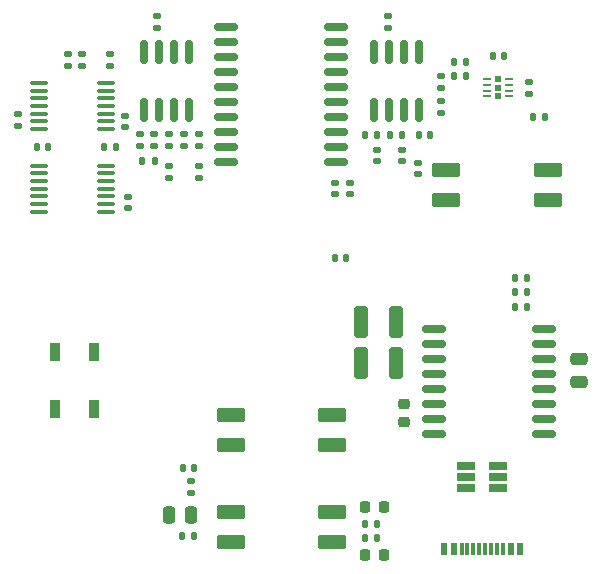
<source format=gbr>
%TF.GenerationSoftware,KiCad,Pcbnew,7.0.7*%
%TF.CreationDate,2024-03-08T01:12:17-05:00*%
%TF.ProjectId,ESP32Sensor-Sensor_board,45535033-3253-4656-9e73-6f722d53656e,rev?*%
%TF.SameCoordinates,Original*%
%TF.FileFunction,Paste,Top*%
%TF.FilePolarity,Positive*%
%FSLAX46Y46*%
G04 Gerber Fmt 4.6, Leading zero omitted, Abs format (unit mm)*
G04 Created by KiCad (PCBNEW 7.0.7) date 2024-03-08 01:12:17*
%MOMM*%
%LPD*%
G01*
G04 APERTURE LIST*
G04 Aperture macros list*
%AMRoundRect*
0 Rectangle with rounded corners*
0 $1 Rounding radius*
0 $2 $3 $4 $5 $6 $7 $8 $9 X,Y pos of 4 corners*
0 Add a 4 corners polygon primitive as box body*
4,1,4,$2,$3,$4,$5,$6,$7,$8,$9,$2,$3,0*
0 Add four circle primitives for the rounded corners*
1,1,$1+$1,$2,$3*
1,1,$1+$1,$4,$5*
1,1,$1+$1,$6,$7*
1,1,$1+$1,$8,$9*
0 Add four rect primitives between the rounded corners*
20,1,$1+$1,$2,$3,$4,$5,0*
20,1,$1+$1,$4,$5,$6,$7,0*
20,1,$1+$1,$6,$7,$8,$9,0*
20,1,$1+$1,$8,$9,$2,$3,0*%
G04 Aperture macros list end*
%ADD10RoundRect,0.147500X0.172500X-0.147500X0.172500X0.147500X-0.172500X0.147500X-0.172500X-0.147500X0*%
%ADD11RoundRect,0.113000X1.107000X0.452000X-1.107000X0.452000X-1.107000X-0.452000X1.107000X-0.452000X0*%
%ADD12RoundRect,0.100000X-0.637500X-0.100000X0.637500X-0.100000X0.637500X0.100000X-0.637500X0.100000X0*%
%ADD13RoundRect,0.135000X-0.185000X0.135000X-0.185000X-0.135000X0.185000X-0.135000X0.185000X0.135000X0*%
%ADD14RoundRect,0.140000X0.170000X-0.140000X0.170000X0.140000X-0.170000X0.140000X-0.170000X-0.140000X0*%
%ADD15RoundRect,0.250000X0.250000X0.475000X-0.250000X0.475000X-0.250000X-0.475000X0.250000X-0.475000X0*%
%ADD16RoundRect,0.140000X-0.140000X-0.170000X0.140000X-0.170000X0.140000X0.170000X-0.140000X0.170000X0*%
%ADD17RoundRect,0.150000X0.150000X-0.825000X0.150000X0.825000X-0.150000X0.825000X-0.150000X-0.825000X0*%
%ADD18R,0.600000X1.080000*%
%ADD19R,0.300000X1.140000*%
%ADD20RoundRect,0.218750X0.218750X0.256250X-0.218750X0.256250X-0.218750X-0.256250X0.218750X-0.256250X0*%
%ADD21RoundRect,0.135000X0.185000X-0.135000X0.185000X0.135000X-0.185000X0.135000X-0.185000X-0.135000X0*%
%ADD22RoundRect,0.135000X-0.135000X-0.185000X0.135000X-0.185000X0.135000X0.185000X-0.135000X0.185000X0*%
%ADD23RoundRect,0.140000X-0.170000X0.140000X-0.170000X-0.140000X0.170000X-0.140000X0.170000X0.140000X0*%
%ADD24R,1.560000X0.650000*%
%ADD25RoundRect,0.140000X0.140000X0.170000X-0.140000X0.170000X-0.140000X-0.170000X0.140000X-0.170000X0*%
%ADD26RoundRect,0.100000X0.637500X0.100000X-0.637500X0.100000X-0.637500X-0.100000X0.637500X-0.100000X0*%
%ADD27RoundRect,0.147500X0.147500X0.172500X-0.147500X0.172500X-0.147500X-0.172500X0.147500X-0.172500X0*%
%ADD28RoundRect,0.135000X0.135000X0.185000X-0.135000X0.185000X-0.135000X-0.185000X0.135000X-0.185000X0*%
%ADD29RoundRect,0.150000X-0.875000X-0.150000X0.875000X-0.150000X0.875000X0.150000X-0.875000X0.150000X0*%
%ADD30R,0.500000X0.590000*%
%ADD31R,0.700000X0.250000*%
%ADD32RoundRect,0.225000X-0.250000X0.225000X-0.250000X-0.225000X0.250000X-0.225000X0.250000X0.225000X0*%
%ADD33RoundRect,0.250000X-0.475000X0.250000X-0.475000X-0.250000X0.475000X-0.250000X0.475000X0.250000X0*%
%ADD34R,0.900000X1.500000*%
%ADD35RoundRect,0.250000X0.325000X1.100000X-0.325000X1.100000X-0.325000X-1.100000X0.325000X-1.100000X0*%
%ADD36RoundRect,0.150000X0.875000X0.150000X-0.875000X0.150000X-0.875000X-0.150000X0.875000X-0.150000X0*%
G04 APERTURE END LIST*
D10*
%TO.C,FB2*%
X11600000Y9615000D03*
X11600000Y10585000D03*
%TD*%
D11*
%TO.C,S2*%
X22550000Y7430000D03*
X13950000Y7430000D03*
X22550000Y9970000D03*
X13950000Y9970000D03*
%TD*%
D12*
%TO.C,U1*%
X-20562500Y10350000D03*
X-20562500Y9700000D03*
X-20562500Y9050000D03*
X-20562500Y8400000D03*
X-20562500Y7750000D03*
X-20562500Y7100000D03*
X-20562500Y6450000D03*
X-14837500Y6450000D03*
X-14837500Y7100000D03*
X-14837500Y7750000D03*
X-14837500Y8400000D03*
X-14837500Y9050000D03*
X-14837500Y9700000D03*
X-14837500Y10350000D03*
%TD*%
D13*
%TO.C,R6*%
X-9500000Y10310000D03*
X-9500000Y9290000D03*
%TD*%
D14*
%TO.C,C9*%
X-7000000Y12020000D03*
X-7000000Y12980000D03*
%TD*%
D15*
%TO.C,C18*%
X-7650000Y-19200000D03*
X-9550000Y-19200000D03*
%TD*%
D14*
%TO.C,C6*%
X-22300000Y13720000D03*
X-22300000Y14680000D03*
%TD*%
D16*
%TO.C,C15*%
X17920000Y19600000D03*
X18880000Y19600000D03*
%TD*%
D17*
%TO.C,U4*%
X-11655000Y15025000D03*
X-10385000Y15025000D03*
X-9115000Y15025000D03*
X-7845000Y15025000D03*
X-7845000Y19975000D03*
X-9115000Y19975000D03*
X-10385000Y19975000D03*
X-11655000Y19975000D03*
%TD*%
D18*
%TO.C,J3*%
X13800000Y-22110000D03*
X14600000Y-22110000D03*
D19*
X15750000Y-22140000D03*
X16750000Y-22140000D03*
X17250000Y-22140000D03*
X18250000Y-22140000D03*
D18*
X20200000Y-22110000D03*
X19400000Y-22110000D03*
D19*
X18750000Y-22140000D03*
X17750000Y-22140000D03*
X16250000Y-22140000D03*
X15250000Y-22140000D03*
%TD*%
D20*
%TO.C,D3*%
X8687500Y-22600000D03*
X7112500Y-22600000D03*
%TD*%
D21*
%TO.C,R9*%
X-9500000Y11990000D03*
X-9500000Y13010000D03*
%TD*%
D22*
%TO.C,R24*%
X7090000Y-20000000D03*
X8110000Y-20000000D03*
%TD*%
D14*
%TO.C,C3*%
X4500000Y7920000D03*
X4500000Y8880000D03*
%TD*%
%TO.C,C8*%
X-10500000Y22020000D03*
X-10500000Y22980000D03*
%TD*%
D22*
%TO.C,R12*%
X7090000Y12900000D03*
X8110000Y12900000D03*
%TD*%
D13*
%TO.C,R2*%
X-14500000Y19810000D03*
X-14500000Y18790000D03*
%TD*%
D14*
%TO.C,C11*%
X9000000Y22020000D03*
X9000000Y22980000D03*
%TD*%
D23*
%TO.C,C12*%
X8100000Y11680000D03*
X8100000Y10720000D03*
%TD*%
D13*
%TO.C,R3*%
X-16900000Y19810000D03*
X-16900000Y18790000D03*
%TD*%
D22*
%TO.C,R14*%
X14590000Y17900000D03*
X15610000Y17900000D03*
%TD*%
D17*
%TO.C,U6*%
X7845000Y15025000D03*
X9115000Y15025000D03*
X10385000Y15025000D03*
X11655000Y15025000D03*
X11655000Y19975000D03*
X10385000Y19975000D03*
X9115000Y19975000D03*
X7845000Y19975000D03*
%TD*%
D21*
%TO.C,R11*%
X13500000Y16890000D03*
X13500000Y17910000D03*
%TD*%
D22*
%TO.C,R22*%
X19790000Y-1600000D03*
X20810000Y-1600000D03*
%TD*%
D24*
%TO.C,CR1*%
X15650000Y-15050000D03*
X15650000Y-16000000D03*
X15650000Y-16950000D03*
X18350000Y-16950000D03*
X18350000Y-16000000D03*
X18350000Y-15050000D03*
%TD*%
D22*
%TO.C,R13*%
X9190000Y12900000D03*
X10210000Y12900000D03*
%TD*%
D11*
%TO.C,S1*%
X4300000Y-21520000D03*
X-4300000Y-21520000D03*
X4300000Y-18980000D03*
X-4300000Y-18980000D03*
%TD*%
D14*
%TO.C,C32*%
X-13000000Y6720000D03*
X-13000000Y7680000D03*
%TD*%
D25*
%TO.C,C22*%
X-7370000Y-15250000D03*
X-8330000Y-15250000D03*
%TD*%
D13*
%TO.C,R4*%
X-18100000Y19810000D03*
X-18100000Y18790000D03*
%TD*%
D23*
%TO.C,C13*%
X10200000Y11680000D03*
X10200000Y10720000D03*
%TD*%
D26*
%TO.C,U2*%
X-14837500Y13450000D03*
X-14837500Y14100000D03*
X-14837500Y14750000D03*
X-14837500Y15400000D03*
X-14837500Y16050000D03*
X-14837500Y16700000D03*
X-14837500Y17350000D03*
X-20562500Y17350000D03*
X-20562500Y16700000D03*
X-20562500Y16050000D03*
X-20562500Y15400000D03*
X-20562500Y14750000D03*
X-20562500Y14100000D03*
X-20562500Y13450000D03*
%TD*%
D27*
%TO.C,FB4*%
X5485000Y2500000D03*
X4515000Y2500000D03*
%TD*%
D16*
%TO.C,C27*%
X19820000Y-400000D03*
X20780000Y-400000D03*
%TD*%
D14*
%TO.C,C7*%
X-10750000Y12020000D03*
X-10750000Y12980000D03*
%TD*%
D16*
%TO.C,C4*%
X-20680000Y11900000D03*
X-19720000Y11900000D03*
%TD*%
D25*
%TO.C,C14*%
X12580000Y12900000D03*
X11620000Y12900000D03*
%TD*%
D20*
%TO.C,D2*%
X8687500Y-18600000D03*
X7112500Y-18600000D03*
%TD*%
D23*
%TO.C,C10*%
X-8250000Y12980000D03*
X-8250000Y12020000D03*
%TD*%
D28*
%TO.C,R15*%
X15610000Y19100000D03*
X14590000Y19100000D03*
%TD*%
D14*
%TO.C,C33*%
X-13200000Y13620000D03*
X-13200000Y14580000D03*
%TD*%
D29*
%TO.C,U3*%
X-4650000Y22115000D03*
X-4650000Y20845000D03*
X-4650000Y19575000D03*
X-4650000Y18305000D03*
X-4650000Y17035000D03*
X-4650000Y15765000D03*
X-4650000Y14495000D03*
X-4650000Y13225000D03*
X-4650000Y11955000D03*
X-4650000Y10685000D03*
X4650000Y10685000D03*
X4650000Y11955000D03*
X4650000Y13225000D03*
X4650000Y14495000D03*
X4650000Y15765000D03*
X4650000Y17035000D03*
X4650000Y18305000D03*
X4650000Y19575000D03*
X4650000Y20845000D03*
X4650000Y22115000D03*
%TD*%
D21*
%TO.C,R16*%
X-7650000Y-17410000D03*
X-7650000Y-16390000D03*
%TD*%
D30*
%TO.C,U7*%
X18347599Y16215999D03*
X18347599Y16949999D03*
X18347599Y17683999D03*
D31*
X19272599Y16199999D03*
X19272599Y16699999D03*
X19272599Y17199999D03*
X19272599Y17699999D03*
X17422599Y17699999D03*
X17422599Y17199999D03*
X17422599Y16699999D03*
X17422599Y16199999D03*
%TD*%
D21*
%TO.C,R5*%
X-7000000Y9290000D03*
X-7000000Y10310000D03*
%TD*%
D32*
%TO.C,C23*%
X10400000Y-9825000D03*
X10400000Y-11375000D03*
%TD*%
D33*
%TO.C,C26*%
X25200000Y-6050000D03*
X25200000Y-7950000D03*
%TD*%
D28*
%TO.C,R8*%
X-10740000Y10750000D03*
X-11760000Y10750000D03*
%TD*%
D11*
%TO.C,S3*%
X4300000Y-13270000D03*
X-4300000Y-13270000D03*
X4300000Y-10730000D03*
X-4300000Y-10730000D03*
%TD*%
D34*
%TO.C,D1*%
X-15850000Y-5400000D03*
X-19150000Y-5400000D03*
X-19150000Y-10300000D03*
X-15850000Y-10300000D03*
%TD*%
D35*
%TO.C,C31*%
X9700000Y-6400000D03*
X6750000Y-6400000D03*
%TD*%
D36*
%TO.C,U13*%
X22250000Y-12345000D03*
X22250000Y-11075000D03*
X22250000Y-9805000D03*
X22250000Y-8535000D03*
X22250000Y-7265000D03*
X22250000Y-5995000D03*
X22250000Y-4725000D03*
X22250000Y-3455000D03*
X12950000Y-3455000D03*
X12950000Y-4725000D03*
X12950000Y-5995000D03*
X12950000Y-7265000D03*
X12950000Y-8535000D03*
X12950000Y-9805000D03*
X12950000Y-11075000D03*
X12950000Y-12345000D03*
%TD*%
D22*
%TO.C,R25*%
X7090000Y-21200000D03*
X8110000Y-21200000D03*
%TD*%
D35*
%TO.C,C28*%
X9700000Y-2900000D03*
X6750000Y-2900000D03*
%TD*%
D13*
%TO.C,R7*%
X-12000000Y13010000D03*
X-12000000Y11990000D03*
%TD*%
D21*
%TO.C,R10*%
X13500000Y14790000D03*
X13500000Y15810000D03*
%TD*%
D25*
%TO.C,C17*%
X-7420000Y-21000000D03*
X-8380000Y-21000000D03*
%TD*%
%TO.C,C5*%
X-14020000Y11900000D03*
X-14980000Y11900000D03*
%TD*%
D10*
%TO.C,FB1*%
X5800000Y7915000D03*
X5800000Y8885000D03*
%TD*%
D14*
%TO.C,C16*%
X21000000Y16420000D03*
X21000000Y17380000D03*
%TD*%
D22*
%TO.C,R23*%
X19790000Y800000D03*
X20810000Y800000D03*
%TD*%
D27*
%TO.C,FB3*%
X22285000Y14450000D03*
X21315000Y14450000D03*
%TD*%
M02*

</source>
